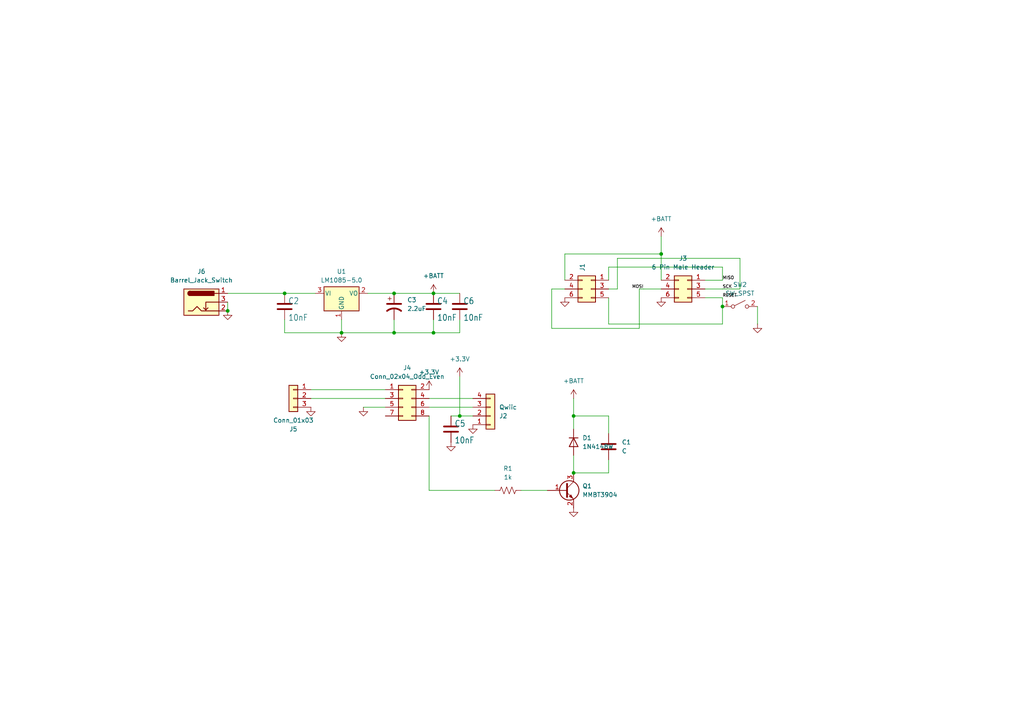
<source format=kicad_sch>
(kicad_sch (version 20231120) (generator "eeschema") (generator_version "8.0")
  (paper "A4")
  (lib_symbols
    (symbol "Connector:Barrel_Jack_Switch" (pin_names hide)
      (property "Reference" "J" (at 0 5.334 0))
      (property "Value" "Barrel_Jack_Switch" (at 0 -5.08 0))
      (symbol "Barrel_Jack_Switch_0_1"
        (rectangle (start -5.08 3.81) (end 5.08 -3.81) (stroke (width 0.254)) (fill (type background)))
        (arc (start -3.302 3.175) (mid -3.9343 2.54) (end -3.302 1.905) (stroke (width 0.254)))
        (arc (start -3.302 3.175) (mid -3.9343 2.54) (end -3.302 1.905) (stroke (width 0.254)) (fill (type outline)))
        (polyline (pts (xy 1.27 -2.286) (xy 1.905 -1.651)) (stroke (width 0.254)))
        (polyline (pts (xy 5.08 2.54) (xy 3.81 2.54)) (stroke (width 0.254)))
        (polyline (pts (xy 5.08 0) (xy 1.27 0) (xy 1.27 -2.286) (xy 0.635 -1.651)) (stroke (width 0.254)))
        (polyline (pts (xy -3.81 -2.54) (xy -2.54 -2.54) (xy -1.27 -1.27) (xy 0 -2.54) (xy 2.54 -2.54) (xy 5.08 -2.54)) (stroke (width 0.254)))
        (rectangle (start 3.683 3.175) (end -3.302 1.905) (stroke (width 0.254)) (fill (type outline)))
      )
      (symbol "Barrel_Jack_Switch_1_1"
        (pin passive line (at 7.62 2.54 180) (length 2.54) (name "~") (number "1"))
        (pin passive line (at 7.62 -2.54 180) (length 2.54) (name "~") (number "2"))
        (pin passive line (at 7.62 0 180) (length 2.54) (name "~") (number "3"))
      )
    )
    (symbol "Connector_Generic:Conn_01x03" (pin_names (offset 1.016) hide)
      (property "Reference" "J" (at 0 5.08 0))
      (property "Value" "Conn_01x03" (at 0 -5.08 0))
      (symbol "Conn_01x03_1_1"
        (rectangle (start -1.27 -2.413) (end 0 -2.667) (stroke (width 0.1524)))
        (rectangle (start -1.27 0.127) (end 0 -0.127) (stroke (width 0.1524)))
        (rectangle (start -1.27 2.667) (end 0 2.413) (stroke (width 0.1524)))
        (rectangle (start -1.27 3.81) (end 1.27 -3.81) (stroke (width 0.254)) (fill (type background)))
        (pin passive line (at -5.08 2.54 0) (length 3.81) (name "Pin_1") (number "1"))
        (pin passive line (at -5.08 0 0) (length 3.81) (name "Pin_2") (number "2"))
        (pin passive line (at -5.08 -2.54 0) (length 3.81) (name "Pin_3") (number "3"))
      )
    )
    (symbol "Connector_Generic:Conn_01x04" (pin_names (offset 1.016) hide)
      (property "Reference" "J" (at 0 5.08 0))
      (property "Value" "Conn_01x04" (at 0 -7.62 0))
      (symbol "Conn_01x04_1_1"
        (rectangle (start -1.27 -4.953) (end 0 -5.207) (stroke (width 0.1524)))
        (rectangle (start -1.27 -2.413) (end 0 -2.667) (stroke (width 0.1524)))
        (rectangle (start -1.27 0.127) (end 0 -0.127) (stroke (width 0.1524)))
        (rectangle (start -1.27 2.667) (end 0 2.413) (stroke (width 0.1524)))
        (rectangle (start -1.27 3.81) (end 1.27 -6.35) (stroke (width 0.254)) (fill (type background)))
        (pin passive line (at -5.08 2.54 0) (length 3.81) (name "Pin_1") (number "1"))
        (pin passive line (at -5.08 0 0) (length 3.81) (name "Pin_2") (number "2"))
        (pin passive line (at -5.08 -2.54 0) (length 3.81) (name "Pin_3") (number "3"))
        (pin passive line (at -5.08 -5.08 0) (length 3.81) (name "Pin_4") (number "4"))
      )
    )
    (symbol "Connector_Generic:Conn_02x03_Odd_Even" (pin_names (offset 1.016) hide)
      (property "Reference" "J" (at 1.27 5.08 0))
      (property "Value" "Conn_02x03_Odd_Even" (at 1.27 -5.08 0))
      (symbol "Conn_02x03_Odd_Even_1_1"
        (rectangle (start -1.27 -2.413) (end 0 -2.667) (stroke (width 0.1524)))
        (rectangle (start -1.27 0.127) (end 0 -0.127) (stroke (width 0.1524)))
        (rectangle (start -1.27 2.667) (end 0 2.413) (stroke (width 0.1524)))
        (rectangle (start -1.27 3.81) (end 3.81 -3.81) (stroke (width 0.254)) (fill (type background)))
        (rectangle (start 3.81 -2.413) (end 2.54 -2.667) (stroke (width 0.1524)))
        (rectangle (start 3.81 0.127) (end 2.54 -0.127) (stroke (width 0.1524)))
        (rectangle (start 3.81 2.667) (end 2.54 2.413) (stroke (width 0.1524)))
        (pin passive line (at -5.08 2.54 0) (length 3.81) (name "Pin_1") (number "1"))
        (pin passive line (at 7.62 2.54 180) (length 3.81) (name "Pin_2") (number "2"))
        (pin passive line (at -5.08 0 0) (length 3.81) (name "Pin_3") (number "3"))
        (pin passive line (at 7.62 0 180) (length 3.81) (name "Pin_4") (number "4"))
        (pin passive line (at -5.08 -2.54 0) (length 3.81) (name "Pin_5") (number "5"))
        (pin passive line (at 7.62 -2.54 180) (length 3.81) (name "Pin_6") (number "6"))
      )
    )
    (symbol "Connector_Generic:Conn_02x04_Odd_Even" (pin_names (offset 1.016) hide)
      (property "Reference" "J" (at 1.27 5.08 0))
      (property "Value" "Conn_02x04_Odd_Even" (at 1.27 -7.62 0))
      (symbol "Conn_02x04_Odd_Even_1_1"
        (rectangle (start -1.27 -4.953) (end 0 -5.207) (stroke (width 0.1524)))
        (rectangle (start -1.27 -2.413) (end 0 -2.667) (stroke (width 0.1524)))
        (rectangle (start -1.27 0.127) (end 0 -0.127) (stroke (width 0.1524)))
        (rectangle (start -1.27 2.667) (end 0 2.413) (stroke (width 0.1524)))
        (rectangle (start -1.27 3.81) (end 3.81 -6.35) (stroke (width 0.254)) (fill (type background)))
        (rectangle (start 3.81 -4.953) (end 2.54 -5.207) (stroke (width 0.1524)))
        (rectangle (start 3.81 -2.413) (end 2.54 -2.667) (stroke (width 0.1524)))
        (rectangle (start 3.81 0.127) (end 2.54 -0.127) (stroke (width 0.1524)))
        (rectangle (start 3.81 2.667) (end 2.54 2.413) (stroke (width 0.1524)))
        (pin passive line (at -5.08 2.54 0) (length 3.81) (name "Pin_1") (number "1"))
        (pin passive line (at 7.62 2.54 180) (length 3.81) (name "Pin_2") (number "2"))
        (pin passive line (at -5.08 0 0) (length 3.81) (name "Pin_3") (number "3"))
        (pin passive line (at 7.62 0 180) (length 3.81) (name "Pin_4") (number "4"))
        (pin passive line (at -5.08 -2.54 0) (length 3.81) (name "Pin_5") (number "5"))
        (pin passive line (at 7.62 -2.54 180) (length 3.81) (name "Pin_6") (number "6"))
        (pin passive line (at -5.08 -5.08 0) (length 3.81) (name "Pin_7") (number "7"))
        (pin passive line (at 7.62 -5.08 180) (length 3.81) (name "Pin_8") (number "8"))
      )
    )
    (symbol "Device:C" (pin_numbers hide) (pin_names (offset 0.254))
      (property "Reference" "C" (at 0.635 2.54 0))
      (property "Value" "C" (at 0.635 -2.54 0))
      (symbol "C_0_1"
        (polyline (pts (xy -2.032 -0.762) (xy 2.032 -0.762)) (stroke (width 0.508)))
        (polyline (pts (xy -2.032 0.762) (xy 2.032 0.762)) (stroke (width 0.508)))
      )
      (symbol "C_1_1"
        (pin passive line (at 0 3.81 270) (length 2.794) (name "~") (number "1"))
        (pin passive line (at 0 -3.81 90) (length 2.794) (name "~") (number "2"))
      )
    )
    (symbol "Device:C_Polarized_US" (pin_numbers hide) (pin_names (offset 0.254) hide)
      (property "Reference" "C" (at 0.635 2.54 0))
      (property "Value" "C_Polarized_US" (at 0.635 -2.54 0))
      (symbol "C_Polarized_US_0_1"
        (polyline (pts (xy -2.032 0.762) (xy 2.032 0.762)) (stroke (width 0.508)))
        (polyline (pts (xy -1.778 2.286) (xy -0.762 2.286)))
        (polyline (pts (xy -1.27 1.778) (xy -1.27 2.794)))
        (arc (start 2.032 -1.27) (mid 0 -0.5572) (end -2.032 -1.27) (stroke (width 0.508)))
      )
      (symbol "C_Polarized_US_1_1"
        (pin passive line (at 0 3.81 270) (length 2.794) (name "~") (number "1"))
        (pin passive line (at 0 -3.81 90) (length 3.302) (name "~") (number "2"))
      )
    )
    (symbol "Device:R_US" (pin_numbers hide) (pin_names (offset 0))
      (property "Reference" "R" (at 2.54 0 90))
      (property "Value" "R_US" (at -2.54 0 90))
      (symbol "R_US_0_1"
        (polyline (pts (xy 0 -2.286) (xy 0 -2.54)))
        (polyline (pts (xy 0 2.286) (xy 0 2.54)))
        (polyline (pts (xy 0 -0.762) (xy 1.016 -1.143) (xy 0 -1.524) (xy -1.016 -1.905) (xy 0 -2.286)))
        (polyline (pts (xy 0 0.762) (xy 1.016 0.381) (xy 0 0) (xy -1.016 -0.381) (xy 0 -0.762)))
        (polyline (pts (xy 0 2.286) (xy 1.016 1.905) (xy 0 1.524) (xy -1.016 1.143) (xy 0 0.762)))
      )
      (symbol "R_US_1_1"
        (pin passive line (at 0 3.81 270) (length 1.27) (name "~") (number "1"))
        (pin passive line (at 0 -3.81 90) (length 1.27) (name "~") (number "2"))
      )
    )
    (symbol "Diode:1N4148W" (pin_numbers hide) (pin_names hide)
      (property "Reference" "D" (at 0 2.54 0))
      (property "Value" "1N4148W" (at 0 -2.54 0))
      (symbol "1N4148W_0_1"
        (polyline (pts (xy -1.27 1.27) (xy -1.27 -1.27)) (stroke (width 0.254)))
        (polyline (pts (xy 1.27 0) (xy -1.27 0)))
        (polyline (pts (xy 1.27 1.27) (xy 1.27 -1.27) (xy -1.27 0) (xy 1.27 1.27)) (stroke (width 0.254)))
      )
      (symbol "1N4148W_1_1"
        (pin passive line (at -3.81 0 0) (length 2.54) (name "K") (number "1"))
        (pin passive line (at 3.81 0 180) (length 2.54) (name "A") (number "2"))
      )
    )
    (symbol "Regulator_Linear:LM1085-5.0" (pin_names (offset 0.254))
      (property "Reference" "U" (at -3.81 3.175 0))
      (property "Value" "LM1085-5.0" (at 0 3.175 0))
      (symbol "LM1085-5.0_0_1"
        (rectangle (start -5.08 1.905) (end 5.08 -5.08) (stroke (width 0.254)) (fill (type background)))
      )
      (symbol "LM1085-5.0_1_1"
        (pin power_in line (at 0 -7.62 90) (length 2.54) (name "GND") (number "1"))
        (pin power_out line (at 7.62 0 180) (length 2.54) (name "VO") (number "2"))
        (pin power_in line (at -7.62 0 0) (length 2.54) (name "VI") (number "3"))
      )
    )
    (symbol "Switch:SW_SPST" (pin_names (offset 0) hide)
      (property "Reference" "SW" (at 0 3.175 0))
      (property "Value" "SW_SPST" (at 0 -2.54 0))
      (symbol "SW_SPST_0_0"
        (circle (center -2.032 0) (radius 0.508))
        (polyline (pts (xy -1.524 0.254) (xy 1.524 1.778)))
        (circle (center 2.032 0) (radius 0.508))
      )
      (symbol "SW_SPST_1_1"
        (pin passive line (at -5.08 0 0) (length 2.54) (name "A") (number "1"))
        (pin passive line (at 5.08 0 180) (length 2.54) (name "B") (number "2"))
      )
    )
    (symbol "Transistor_BJT:MMBT3904" (pin_names (offset 0) hide)
      (property "Reference" "Q" (at 5.08 1.905 0))
      (property "Value" "MMBT3904" (at 5.08 0 0))
      (symbol "MMBT3904_0_1"
        (polyline (pts (xy 0.635 0.635) (xy 2.54 2.54)))
        (polyline (pts (xy 0.635 -0.635) (xy 2.54 -2.54) (xy 2.54 -2.54)))
        (polyline (pts (xy 0.635 1.905) (xy 0.635 -1.905) (xy 0.635 -1.905)) (stroke (width 0.508)))
        (polyline (pts (xy 1.27 -1.778) (xy 1.778 -1.27) (xy 2.286 -2.286) (xy 1.27 -1.778) (xy 1.27 -1.778)) (fill (type outline)))
        (circle (center 1.27 0) (radius 2.8194) (stroke (width 0.254)))
      )
      (symbol "MMBT3904_1_1"
        (pin input line (at -5.08 0 0) (length 5.715) (name "B") (number "1"))
        (pin passive line (at 2.54 -5.08 90) (length 2.54) (name "E") (number "2"))
        (pin passive line (at 2.54 5.08 270) (length 2.54) (name "C") (number "3"))
      )
    )
    (symbol "power:+3.3V" (power) (pin_numbers hide) (pin_names (offset 0) hide)
      (property "Value" "+3.3V" (at 0 3.556 0))
      (symbol "+3.3V_0_1"
        (polyline (pts (xy -0.762 1.27) (xy 0 2.54)))
        (polyline (pts (xy 0 0) (xy 0 2.54)))
        (polyline (pts (xy 0 2.54) (xy 0.762 1.27)))
      )
      (symbol "+3.3V_1_1"
        (pin power_in line (at 0 0 90) (length 0) (name "~") (number "1"))
      )
    )
    (symbol "power:+BATT" (power) (pin_numbers hide) (pin_names (offset 0) hide)
      (property "Value" "+BATT" (at 0 3.556 0))
      (symbol "+BATT_0_1"
        (polyline (pts (xy -0.762 1.27) (xy 0 2.54)))
        (polyline (pts (xy 0 0) (xy 0 2.54)))
        (polyline (pts (xy 0 2.54) (xy 0.762 1.27)))
      )
      (symbol "+BATT_1_1"
        (pin power_in line (at 0 0 90) (length 0) (name "~") (number "1"))
      )
    )
    (symbol "power:GND" (power) (pin_numbers hide) (pin_names (offset 0) hide)
      (property "Value" "GND" (at 0 -3.81 0))
      (symbol "GND_0_1"
        (polyline (pts (xy 0 0) (xy 0 -1.27) (xy 1.27 -1.27) (xy 0 -2.54) (xy -1.27 -1.27) (xy 0 -1.27)))
      )
      (symbol "GND_1_1"
        (pin power_in line (at 0 0 270) (length 0) (name "~") (number "1"))
      )
    )
  )
  (junction (at 191.77 73.66))
  (junction (at 209.55 88.9))
  (junction (at 125.73 96.52))
  (junction (at 82.55 85.09))
  (junction (at 166.37 120.65))
  (junction (at 114.3 85.09))
  (junction (at 99.06 96.52))
  (junction (at 114.3 96.52))
  (junction (at 125.73 85.09))
  (junction (at 133.35 120.65))
  (junction (at 66.04 90.17))
  (junction (at 166.37 137.16))
  (wire (pts (xy 66.04 87.63) (xy 66.04 90.17)))
  (wire (pts (xy 176.53 83.82) (xy 179.07 83.82)))
  (wire (pts (xy 106.68 85.09) (xy 114.3 85.09)))
  (wire (pts (xy 82.55 85.09) (xy 91.44 85.09)))
  (wire (pts (xy 166.37 120.65) (xy 166.37 124.46)))
  (wire (pts (xy 191.77 83.82) (xy 186.69 83.82)) (stroke (width 0.1524)))
  (wire (pts (xy 176.53 137.16) (xy 166.37 137.16)))
  (wire (pts (xy 125.73 85.09) (xy 133.35 85.09)))
  (wire (pts (xy 124.46 120.65) (xy 124.46 142.24)))
  (wire (pts (xy 176.53 86.36) (xy 176.53 93.98)))
  (wire (pts (xy 163.83 73.66) (xy 191.77 73.66)))
  (wire (pts (xy 114.3 96.52) (xy 99.06 96.52)))
  (wire (pts (xy 125.73 96.52) (xy 114.3 96.52)))
  (wire (pts (xy 166.37 115.57) (xy 166.37 120.65)))
  (wire (pts (xy 66.04 85.09) (xy 82.55 85.09)))
  (wire (pts (xy 124.46 118.11) (xy 137.16 118.11)))
  (wire (pts (xy 185.42 83.82) (xy 186.69 83.82)))
  (wire (pts (xy 191.77 68.58) (xy 191.77 73.66)))
  (wire (pts (xy 133.35 120.65) (xy 137.16 120.65)))
  (wire (pts (xy 133.35 96.52) (xy 125.73 96.52)))
  (wire (pts (xy 105.41 118.11) (xy 111.76 118.11)))
  (wire (pts (xy 163.83 83.82) (xy 160.02 83.82)))
  (wire (pts (xy 209.55 88.9) (xy 209.55 93.98)))
  (wire (pts (xy 90.17 115.57) (xy 111.76 115.57)))
  (wire (pts (xy 214.63 74.93) (xy 214.63 83.82)))
  (wire (pts (xy 204.47 83.82) (xy 209.55 83.82)) (stroke (width 0.1524)))
  (wire (pts (xy 209.55 77.47) (xy 209.55 81.28)))
  (wire (pts (xy 191.77 73.66) (xy 191.77 81.28)))
  (wire (pts (xy 163.83 81.28) (xy 163.83 73.66)))
  (wire (pts (xy 209.55 86.36) (xy 209.55 88.9)))
  (wire (pts (xy 176.53 77.47) (xy 209.55 77.47)))
  (wire (pts (xy 166.37 132.08) (xy 166.37 137.16)))
  (wire (pts (xy 176.53 133.35) (xy 176.53 137.16)))
  (wire (pts (xy 124.46 142.24) (xy 143.51 142.24)))
  (wire (pts (xy 219.71 88.9) (xy 219.71 93.98)))
  (wire (pts (xy 204.47 81.28) (xy 209.55 81.28)) (stroke (width 0.1524)))
  (wire (pts (xy 99.06 92.71) (xy 99.06 96.52)))
  (wire (pts (xy 133.35 109.22) (xy 133.35 120.65)))
  (wire (pts (xy 82.55 92.71) (xy 82.55 96.52)))
  (wire (pts (xy 82.55 96.52) (xy 99.06 96.52)))
  (wire (pts (xy 214.63 83.82) (xy 209.55 83.82)))
  (wire (pts (xy 125.73 92.71) (xy 125.73 96.52)))
  (wire (pts (xy 133.35 92.71) (xy 133.35 96.52)))
  (wire (pts (xy 160.02 83.82) (xy 160.02 95.25)))
  (wire (pts (xy 90.17 113.03) (xy 111.76 113.03)))
  (wire (pts (xy 176.53 81.28) (xy 176.53 77.47)))
  (wire (pts (xy 130.81 120.65) (xy 133.35 120.65)))
  (wire (pts (xy 124.46 115.57) (xy 137.16 115.57)))
  (wire (pts (xy 114.3 85.09) (xy 125.73 85.09)))
  (wire (pts (xy 176.53 125.73) (xy 176.53 120.65)))
  (wire (pts (xy 179.07 74.93) (xy 214.63 74.93)))
  (wire (pts (xy 114.3 92.71) (xy 114.3 96.52)))
  (wire (pts (xy 176.53 93.98) (xy 209.55 93.98)))
  (wire (pts (xy 204.47 86.36) (xy 209.55 86.36)) (stroke (width 0.1524)))
  (wire (pts (xy 185.42 95.25) (xy 185.42 83.82)))
  (wire (pts (xy 160.02 95.25) (xy 185.42 95.25)))
  (wire (pts (xy 158.75 142.24) (xy 151.13 142.24)))
  (wire (pts (xy 179.07 83.82) (xy 179.07 74.93)))
  (wire (pts (xy 176.53 120.65) (xy 166.37 120.65)))
  (label "MOSI" (at 186.69 83.82 180) (effects (font (size 0.889 0.889))))
  (label "MISO" (at 209.55 81.28 0) (effects (font (size 0.889 0.889))))
  (label "RESET" (at 209.55 86.36 0) (effects (font (size 0.889 0.889))))
  (label "SCK" (at 209.55 83.82 0) (effects (font (size 0.889 0.889))))
  (symbol (lib_id "Connector:Barrel_Jack_Switch") (at 58.42 87.63 0) (unit 1)
    (property "Reference" "J6" (at 58.42 78.74 0))
    (property "Value" "Barrel_Jack_Switch" (at 58.42 81.28 0))
    (property "Footprint" "Connector_BarrelJack:BarrelJack_CLIFF_FC681465S_SMT_Horizontal" (effects (hide yes)))
    (property "Description" "DC Barrel Jack with an internal switch" (effects (hide yes)))
  )
  (symbol (lib_id "power:GND") (at 191.77 86.36 0) (unit 1)
    (property "Reference" "#SUPPLY02" (effects (hide yes)))
    (property "Value" "GND" (effects (hide yes)))
    (property "Description" "Power symbol creates a global label with name \"GND\" , ground" (effects (hide yes)))
  )
  (symbol (lib_id "Device:C") (at 130.81 124.46 0) (unit 1)
    (property "Reference" "C5" (at 131.826 123.825 0) (effects (font (size 1.778 1.5113)) (justify left bottom)))
    (property "Value" "10nF" (at 131.826 128.651 0) (effects (font (size 1.778 1.5113)) (justify left bottom)))
    (property "Footprint" "Capacitor_SMD:C_0805_2012Metric" (effects (hide yes)))
    (property "Description" "Unpolarized capacitor" (effects (hide yes)))
    (property "Digikey" "399-1158-1-ND" (effects (hide yes)))
  )
  (symbol (lib_id "power:GND") (at 137.16 123.19 0) (unit 1)
    (property "Reference" "#SUPPLY01" (effects (hide yes)))
    (property "Value" "GND" (effects (hide yes)))
    (property "Description" "Power symbol creates a global label with name \"GND\" , ground" (effects (hide yes)))
  )
  (symbol (lib_id "power:+3.3V") (at 133.35 109.22 0) (unit 1)
    (property "Reference" "#PWR03" (effects (hide yes)))
    (property "Value" "+3.3V" (at 133.35 104.14 0))
    (property "Description" "Power symbol creates a global label with name \"+3.3V\"" (effects (hide yes)))
  )
  (symbol (lib_id "power:GND") (at 99.06 96.52 0) (unit 1)
    (property "Reference" "#SUPPLY08" (effects (hide yes)))
    (property "Value" "GND" (effects (hide yes)))
    (property "Description" "Power symbol creates a global label with name \"GND\" , ground" (effects (hide yes)))
  )
  (symbol (lib_id "power:+BATT") (at 191.77 68.58 0) (unit 1)
    (property "Reference" "#PWR02" (effects (hide yes)))
    (property "Value" "+BATT" (at 191.77 63.5 0))
    (property "Description" "Power symbol creates a global label with name \"+BATT\"" (effects (hide yes)))
  )
  (symbol (lib_id "power:GND") (at 219.71 93.98 0) (unit 1)
    (property "Reference" "#SUPPLY010" (effects (hide yes)))
    (property "Value" "GND" (effects (hide yes)))
    (property "Description" "Power symbol creates a global label with name \"GND\" , ground" (effects (hide yes)))
  )
  (symbol (lib_id "Connector_Generic:Conn_02x03_Odd_Even") (at 171.45 83.82 0) (mirror y) (unit 1)
    (property "Reference" "J1" (at 168.9099 78.74 90) (effects (justify left)))
    (property "Value" "6 Pin Male Header" (effects (hide yes)))
    (property "Footprint" "Connector_PinHeader_2.54mm:PinHeader_2x03_P2.54mm_Vertical" (effects (hide yes)))
    (property "Description" "Generic connector, double row, 02x03, odd/even pin numbering scheme (row 1 odd numbers, row 2 even numbers), script generated (kicad-library-utils/schlib/autogen/connector/)" (effects (hide yes)))
    (property "Digikey" "732-5394-ND" (effects (hide yes)))
  )
  (symbol (lib_id "Connector_Generic:Conn_01x03") (at 85.09 115.57 0) (mirror y) (unit 1)
    (property "Reference" "J5" (at 85.09 124.46 0))
    (property "Value" "Conn_01x03" (at 85.09 121.92 0))
    (property "Footprint" "Connector_PinHeader_2.54mm:PinHeader_1x03_P2.54mm_Vertical" (effects (hide yes)))
    (property "Description" "Generic connector, single row, 01x03, script generated (kicad-library-utils/schlib/autogen/connector/)" (effects (hide yes)))
  )
  (symbol (lib_id "Device:C_Polarized_US") (at 114.3 88.9 0) (unit 1)
    (property "Reference" "C3" (at 118.11 86.9949 0) (effects (justify left)))
    (property "Value" "2.2uF" (at 118.11 89.5349 0) (effects (justify left)))
    (property "Footprint" "Capacitor_SMD:C_0805_2012Metric" (effects (hide yes)))
    (property "Description" "Polarized capacitor, US symbol" (effects (hide yes)))
    (property "Digikey" "445-1420-2-ND" (effects (hide yes)))
  )
  (symbol (lib_id "power:GND") (at 90.17 118.11 0) (unit 1)
    (property "Reference" "#SUPPLY05" (effects (hide yes)))
    (property "Value" "GND" (effects (hide yes)))
    (property "Description" "Power symbol creates a global label with name \"GND\" , ground" (effects (hide yes)))
  )
  (symbol (lib_id "Device:C") (at 133.35 88.9 0) (unit 1)
    (property "Reference" "C6" (at 134.366 88.265 0) (effects (font (size 1.778 1.5113)) (justify left bottom)))
    (property "Value" "10nF" (at 134.366 93.091 0) (effects (font (size 1.778 1.5113)) (justify left bottom)))
    (property "Footprint" "Capacitor_SMD:C_0805_2012Metric" (effects (hide yes)))
    (property "Description" "Unpolarized capacitor" (effects (hide yes)))
    (property "Digikey" "399-1158-1-ND" (effects (hide yes)))
  )
  (symbol (lib_id "Connector_Generic:Conn_01x04") (at 142.24 120.65 0) (mirror x) (unit 1)
    (property "Reference" "J2" (at 144.78 120.6501 0) (effects (justify left)))
    (property "Value" "Qwiic" (at 144.78 118.1101 0) (effects (justify left)))
    (property "Footprint" "Connector_JST:JST_SH_SM04B-SRSS-TB_1x04-1MP_P1.00mm_Horizontal" (effects (hide yes)))
    (property "Description" "Generic connector, single row, 01x04, script generated (kicad-library-utils/schlib/autogen/connector/)" (effects (hide yes)))
    (property "Digikey" "455-1804-1-ND" (effects (hide yes)))
  )
  (symbol (lib_id "Transistor_BJT:MMBT3904") (at 163.83 142.24 0) (unit 1)
    (property "Reference" "Q1" (at 168.91 140.9699 0) (effects (justify left)))
    (property "Value" "MMBT3904" (at 168.91 143.5099 0) (effects (justify left)))
    (property "Footprint" "Package_TO_SOT_SMD:SOT-23" (effects (hide yes)))
    (property "Datasheet" "https://www.onsemi.com/pdf/datasheet/pzt3904-d.pdf" (effects (hide yes)))
    (property "Description" "0.2A Ic, 40V Vce, Small Signal NPN Transistor, SOT-23" (effects (hide yes)))
    (property "Digikey" "MMBT3904TPMSCT-ND" (effects (hide yes)))
  )
  (symbol (lib_id "power:GND") (at 130.81 128.27 0) (unit 1)
    (property "Reference" "#SUPPLY09" (effects (hide yes)))
    (property "Value" "GND" (effects (hide yes)))
    (property "Description" "Power symbol creates a global label with name \"GND\" , ground" (effects (hide yes)))
  )
  (symbol (lib_id "power:+3.3V") (at 124.46 113.03 0) (unit 1)
    (property "Reference" "#PWR01" (effects (hide yes)))
    (property "Value" "+3.3V" (at 124.46 107.95 0))
    (property "Description" "Power symbol creates a global label with name \"+3.3V\"" (effects (hide yes)))
  )
  (symbol (lib_id "power:+BATT") (at 125.73 85.09 0) (unit 1)
    (property "Reference" "#PWR05" (effects (hide yes)))
    (property "Value" "+BATT" (at 125.73 80.01 0))
    (property "Description" "Power symbol creates a global label with name \"+BATT\"" (effects (hide yes)))
  )
  (symbol (lib_id "Connector_Generic:Conn_02x04_Odd_Even") (at 116.84 115.57 0) (unit 1)
    (property "Reference" "J4" (at 118.11 106.68 0))
    (property "Value" "Conn_02x04_Odd_Even" (at 118.11 109.22 0))
    (property "Footprint" "Connector_PinHeader_2.54mm:PinHeader_2x04_P2.54mm_Vertical" (effects (hide yes)))
    (property "Description" "Generic connector, double row, 02x04, odd/even pin numbering scheme (row 1 odd numbers, row 2 even numbers), script generated (kicad-library-utils/schlib/autogen/connector/)" (effects (hide yes)))
  )
  (symbol (lib_id "power:GND") (at 66.04 90.17 0) (unit 1)
    (property "Reference" "#SUPPLY07" (effects (hide yes)))
    (property "Value" "GND" (effects (hide yes)))
    (property "Description" "Power symbol creates a global label with name \"GND\" , ground" (effects (hide yes)))
  )
  (symbol (lib_id "power:GND") (at 163.83 86.36 0) (unit 1)
    (property "Reference" "#SUPPLY03" (effects (hide yes)))
    (property "Value" "GND" (effects (hide yes)))
    (property "Description" "Power symbol creates a global label with name \"GND\" , ground" (effects (hide yes)))
  )
  (symbol (lib_id "Device:C") (at 82.55 88.9 0) (unit 1)
    (property "Reference" "C2" (at 83.566 88.265 0) (effects (font (size 1.778 1.5113)) (justify left bottom)))
    (property "Value" "10nF" (at 83.566 93.091 0) (effects (font (size 1.778 1.5113)) (justify left bottom)))
    (property "Footprint" "Capacitor_SMD:C_0805_2012Metric" (effects (hide yes)))
    (property "Description" "Unpolarized capacitor" (effects (hide yes)))
    (property "Digikey" "399-1158-1-ND" (effects (hide yes)))
  )
  (symbol (lib_id "power:GND") (at 105.41 118.11 0) (unit 1)
    (property "Reference" "#SUPPLY04" (effects (hide yes)))
    (property "Value" "GND" (effects (hide yes)))
    (property "Description" "Power symbol creates a global label with name \"GND\" , ground" (effects (hide yes)))
  )
  (symbol (lib_id "power:GND") (at 166.37 147.32 0) (unit 1)
    (property "Reference" "#SUPPLY06" (effects (hide yes)))
    (property "Value" "GND" (effects (hide yes)))
    (property "Description" "Power symbol creates a global label with name \"GND\" , ground" (effects (hide yes)))
  )
  (symbol (lib_id "Device:C") (at 125.73 88.9 0) (unit 1)
    (property "Reference" "C4" (at 126.746 88.265 0) (effects (font (size 1.778 1.5113)) (justify left bottom)))
    (property "Value" "10nF" (at 126.746 93.091 0) (effects (font (size 1.778 1.5113)) (justify left bottom)))
    (property "Footprint" "Capacitor_SMD:C_0805_2012Metric" (effects (hide yes)))
    (property "Description" "Unpolarized capacitor" (effects (hide yes)))
    (property "Digikey" "399-1158-1-ND" (effects (hide yes)))
  )
  (symbol (lib_id "Switch:SW_SPST") (at 214.63 88.9 0) (unit 1)
    (property "Reference" "SW2" (at 214.63 82.55 0))
    (property "Value" "SW_SPST" (at 214.63 85.09 0))
    (property "Footprint" "Button_Switch_SMD:SW_SPST_B3S-1000" (effects (hide yes)))
    (property "Description" "Single Pole Single Throw (SPST) switch" (effects (hide yes)))
  )
  (symbol (lib_id "Device:C") (at 176.53 129.54 0) (unit 1)
    (property "Reference" "C1" (at 180.34 128.2699 0) (effects (justify left)))
    (property "Value" "C" (at 180.34 130.8099 0) (effects (justify left)))
    (property "Footprint" "Capacitor_THT:CP_Radial_D12.5mm_P7.50mm" (effects (hide yes)))
    (property "Description" "Unpolarized capacitor" (effects (hide yes)))
  )
  (symbol (lib_id "Diode:1N4148W") (at 166.37 128.27 270) (unit 1)
    (property "Reference" "D1" (at 168.91 126.9999 90) (effects (justify left)))
    (property "Value" "1N4148W" (at 168.91 129.5399 90) (effects (justify left)))
    (property "Footprint" "Diode_SMD:D_SOD-123" (effects (hide yes)))
    (property "Datasheet" "https://www.vishay.com/docs/85748/1n4148w.pdf" (effects (hide yes)))
    (property "Description" "75V 0.15A Fast Switching Diode, SOD-123" (effects (hide yes)))
    (property "Sim.Device" "D" (effects (hide yes)))
    (property "Sim.Pins" "1=K 2=A" (effects (hide yes)))
  )
  (symbol (lib_id "Device:R_US") (at 147.32 142.24 90) (unit 1)
    (property "Reference" "R1" (at 147.32 135.89 90))
    (property "Value" "1k" (at 147.32 138.43 90))
    (property "Footprint" "Resistor_SMD:R_0805_2012Metric" (effects (hide yes)))
    (property "Description" "Resistor, US symbol" (effects (hide yes)))
    (property "Digikey" "311-1.0KARCT-ND" (effects (hide yes)))
  )
  (symbol (lib_id "power:+BATT") (at 166.37 115.57 0) (unit 1)
    (property "Reference" "#PWR04" (effects (hide yes)))
    (property "Value" "+BATT" (at 166.37 110.49 0))
    (property "Description" "Power symbol creates a global label with name \"+BATT\"" (effects (hide yes)))
  )
  (symbol (lib_id "Regulator_Linear:LM1085-5.0") (at 99.06 85.09 0) (unit 1)
    (property "Reference" "U1" (at 99.06 78.74 0))
    (property "Value" "LM1085-5.0" (at 99.06 81.28 0))
    (property "Footprint" "Package_TO_SOT_SMD:TO-263-3_TabPin2" (effects (hide yes)))
    (property "Datasheet" "http://www.ti.com/lit/ds/symlink/lm1085.pdf" (effects (hide yes)))
    (property "Description" "3A 25V Linear Regulator, Fixed Output 5.0V, TO-220/TO-263" (effects (hide yes)))
  )
  (symbol (lib_id "Connector_Generic:Conn_02x03_Odd_Even") (at 199.39 83.82 0) (mirror y) (unit 1)
    (property "Reference" "J3" (at 198.12 74.93 0))
    (property "Value" "6 Pin Male Header" (at 198.12 77.47 0))
    (property "Footprint" "Connector_PinHeader_2.54mm:PinHeader_2x03_P2.54mm_Vertical" (effects (hide yes)))
    (property "Description" "Generic connector, double row, 02x03, odd/even pin numbering scheme (row 1 odd numbers, row 2 even numbers), script generated (kicad-library-utils/schlib/autogen/connector/)" (effects (hide yes)))
    (property "Digikey" "732-5394-ND" (effects (hide yes)))
  )
)
</source>
